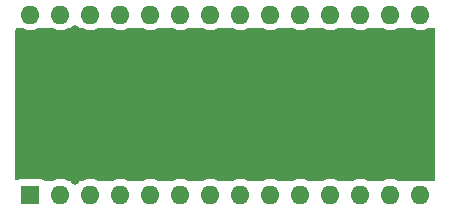
<source format=gbr>
%TF.GenerationSoftware,KiCad,Pcbnew,9.0.6*%
%TF.CreationDate,2026-01-11T12:01:31+09:00*%
%TF.ProjectId,EEPtoMASK_ROM1Mbit,45455074-6f4d-4415-934b-5f524f4d314d,rev?*%
%TF.SameCoordinates,Original*%
%TF.FileFunction,Copper,L2,Bot*%
%TF.FilePolarity,Positive*%
%FSLAX46Y46*%
G04 Gerber Fmt 4.6, Leading zero omitted, Abs format (unit mm)*
G04 Created by KiCad (PCBNEW 9.0.6) date 2026-01-11 12:01:31*
%MOMM*%
%LPD*%
G01*
G04 APERTURE LIST*
%TA.AperFunction,ComponentPad*%
%ADD10R,1.600000X1.600000*%
%TD*%
%TA.AperFunction,ComponentPad*%
%ADD11O,1.600000X1.600000*%
%TD*%
%TA.AperFunction,ViaPad*%
%ADD12C,0.800000*%
%TD*%
G04 APERTURE END LIST*
D10*
%TO.P,J1,1,Pin_1*%
%TO.N,MASK_A15*%
X41910000Y-36830000D03*
D11*
%TO.P,J1,2,Pin_2*%
%TO.N,MASK_A12*%
X44450000Y-36830000D03*
%TO.P,J1,3,Pin_3*%
%TO.N,MASK_A7*%
X46990000Y-36830000D03*
%TO.P,J1,4,Pin_4*%
%TO.N,MASK_A6*%
X49530000Y-36830000D03*
%TO.P,J1,5,Pin_5*%
%TO.N,MASK_A5*%
X52070000Y-36830000D03*
%TO.P,J1,6,Pin_6*%
%TO.N,MASK_A4*%
X54610000Y-36830000D03*
%TO.P,J1,7,Pin_7*%
%TO.N,MASK_A3*%
X57150000Y-36830000D03*
%TO.P,J1,8,Pin_8*%
%TO.N,MASK_A2*%
X59690000Y-36830000D03*
%TO.P,J1,9,Pin_9*%
%TO.N,MASK_A1*%
X62230000Y-36830000D03*
%TO.P,J1,10,Pin_10*%
%TO.N,MASK_A0*%
X64770000Y-36830000D03*
%TO.P,J1,11,Pin_11*%
%TO.N,MASK_D0*%
X67310000Y-36830000D03*
%TO.P,J1,12,Pin_12*%
%TO.N,MASK_D1*%
X69850000Y-36830000D03*
%TO.P,J1,13,Pin_13*%
%TO.N,MASK_D2*%
X72390000Y-36830000D03*
%TO.P,J1,14,Pin_14*%
%TO.N,GND*%
X74930000Y-36830000D03*
%TO.P,J1,15,Pin_15*%
%TO.N,MASK_D3*%
X74930000Y-21590000D03*
%TO.P,J1,16,Pin_16*%
%TO.N,MASK_D4*%
X72390000Y-21590000D03*
%TO.P,J1,17,Pin_17*%
%TO.N,MASK_D5*%
X69850000Y-21590000D03*
%TO.P,J1,18,Pin_18*%
%TO.N,MASK_D6*%
X67310000Y-21590000D03*
%TO.P,J1,19,Pin_19*%
%TO.N,MASK_D7*%
X64770000Y-21590000D03*
%TO.P,J1,20,Pin_20*%
%TO.N,MASK_CE*%
X62230000Y-21590000D03*
%TO.P,J1,21,Pin_21*%
%TO.N,MASK_A10*%
X59690000Y-21590000D03*
%TO.P,J1,22,Pin_22*%
%TO.N,MASK_A16*%
X57150000Y-21590000D03*
%TO.P,J1,23,Pin_23*%
%TO.N,MASK_A11*%
X54610000Y-21590000D03*
%TO.P,J1,24,Pin_24*%
%TO.N,MASK_A9*%
X52070000Y-21590000D03*
%TO.P,J1,25,Pin_25*%
%TO.N,MASK_A8*%
X49530000Y-21590000D03*
%TO.P,J1,26,Pin_26*%
%TO.N,MASK_A13*%
X46990000Y-21590000D03*
%TO.P,J1,27,Pin_27*%
%TO.N,MASK_A14*%
X44450000Y-21590000D03*
%TO.P,J1,28,Pin_28*%
%TO.N,+5V*%
X41910000Y-21590000D03*
%TD*%
D12*
%TO.N,GND*%
X52070000Y-31750000D03*
X52070000Y-26670000D03*
X59690000Y-34290000D03*
X54610000Y-24130000D03*
X54610000Y-34290000D03*
X58420000Y-29210000D03*
X45720000Y-35560000D03*
X54610000Y-29210000D03*
X62230000Y-24130000D03*
X41910000Y-29210000D03*
X41910000Y-24130000D03*
X73660000Y-24130000D03*
X58420000Y-31750000D03*
X41910000Y-34290000D03*
X45720000Y-29210000D03*
X45720000Y-22860000D03*
X58420000Y-26670000D03*
X49530000Y-34290000D03*
X66880000Y-29200000D03*
X74930000Y-29210000D03*
X49530000Y-24130000D03*
X62230000Y-29210000D03*
%TD*%
%TA.AperFunction,Conductor*%
%TO.N,GND*%
G36*
X41297998Y-22746732D02*
G01*
X41407710Y-22802634D01*
X41603592Y-22866280D01*
X41807019Y-22898500D01*
X41807022Y-22898500D01*
X42012978Y-22898500D01*
X42012981Y-22898500D01*
X42216408Y-22866280D01*
X42412290Y-22802634D01*
X42522001Y-22746732D01*
X42579204Y-22733000D01*
X43780796Y-22733000D01*
X43837998Y-22746732D01*
X43947710Y-22802634D01*
X44143592Y-22866280D01*
X44347019Y-22898500D01*
X44347022Y-22898500D01*
X44552978Y-22898500D01*
X44552981Y-22898500D01*
X44756408Y-22866280D01*
X44952290Y-22802634D01*
X45062001Y-22746732D01*
X45119204Y-22733000D01*
X46320796Y-22733000D01*
X46377998Y-22746732D01*
X46487710Y-22802634D01*
X46683592Y-22866280D01*
X46887019Y-22898500D01*
X46887022Y-22898500D01*
X47092978Y-22898500D01*
X47092981Y-22898500D01*
X47296408Y-22866280D01*
X47492290Y-22802634D01*
X47602001Y-22746732D01*
X47659204Y-22733000D01*
X48860796Y-22733000D01*
X48917998Y-22746732D01*
X49027710Y-22802634D01*
X49223592Y-22866280D01*
X49427019Y-22898500D01*
X49427022Y-22898500D01*
X49632978Y-22898500D01*
X49632981Y-22898500D01*
X49836408Y-22866280D01*
X50032290Y-22802634D01*
X50142001Y-22746732D01*
X50199204Y-22733000D01*
X51400796Y-22733000D01*
X51457998Y-22746732D01*
X51567710Y-22802634D01*
X51763592Y-22866280D01*
X51967019Y-22898500D01*
X51967022Y-22898500D01*
X52172978Y-22898500D01*
X52172981Y-22898500D01*
X52376408Y-22866280D01*
X52572290Y-22802634D01*
X52682001Y-22746732D01*
X52739204Y-22733000D01*
X53940796Y-22733000D01*
X53997998Y-22746732D01*
X54107710Y-22802634D01*
X54303592Y-22866280D01*
X54507019Y-22898500D01*
X54507022Y-22898500D01*
X54712978Y-22898500D01*
X54712981Y-22898500D01*
X54916408Y-22866280D01*
X55112290Y-22802634D01*
X55222001Y-22746732D01*
X55279204Y-22733000D01*
X56480796Y-22733000D01*
X56537998Y-22746732D01*
X56647710Y-22802634D01*
X56843592Y-22866280D01*
X57047019Y-22898500D01*
X57047022Y-22898500D01*
X57252978Y-22898500D01*
X57252981Y-22898500D01*
X57456408Y-22866280D01*
X57652290Y-22802634D01*
X57762001Y-22746732D01*
X57819204Y-22733000D01*
X59020796Y-22733000D01*
X59077998Y-22746732D01*
X59187710Y-22802634D01*
X59383592Y-22866280D01*
X59587019Y-22898500D01*
X59587022Y-22898500D01*
X59792978Y-22898500D01*
X59792981Y-22898500D01*
X59996408Y-22866280D01*
X60192290Y-22802634D01*
X60302001Y-22746732D01*
X60359204Y-22733000D01*
X61560796Y-22733000D01*
X61617998Y-22746732D01*
X61727710Y-22802634D01*
X61923592Y-22866280D01*
X62127019Y-22898500D01*
X62127022Y-22898500D01*
X62332978Y-22898500D01*
X62332981Y-22898500D01*
X62536408Y-22866280D01*
X62732290Y-22802634D01*
X62842001Y-22746732D01*
X62899204Y-22733000D01*
X64100796Y-22733000D01*
X64157998Y-22746732D01*
X64267710Y-22802634D01*
X64463592Y-22866280D01*
X64667019Y-22898500D01*
X64667022Y-22898500D01*
X64872978Y-22898500D01*
X64872981Y-22898500D01*
X65076408Y-22866280D01*
X65272290Y-22802634D01*
X65382001Y-22746732D01*
X65439204Y-22733000D01*
X66640796Y-22733000D01*
X66697998Y-22746732D01*
X66807710Y-22802634D01*
X67003592Y-22866280D01*
X67207019Y-22898500D01*
X67207022Y-22898500D01*
X67412978Y-22898500D01*
X67412981Y-22898500D01*
X67616408Y-22866280D01*
X67812290Y-22802634D01*
X67922001Y-22746732D01*
X67979204Y-22733000D01*
X69180796Y-22733000D01*
X69237998Y-22746732D01*
X69347710Y-22802634D01*
X69543592Y-22866280D01*
X69747019Y-22898500D01*
X69747022Y-22898500D01*
X69952978Y-22898500D01*
X69952981Y-22898500D01*
X70156408Y-22866280D01*
X70352290Y-22802634D01*
X70462001Y-22746732D01*
X70519204Y-22733000D01*
X71720796Y-22733000D01*
X71777998Y-22746732D01*
X71887710Y-22802634D01*
X72083592Y-22866280D01*
X72287019Y-22898500D01*
X72287022Y-22898500D01*
X72492978Y-22898500D01*
X72492981Y-22898500D01*
X72696408Y-22866280D01*
X72892290Y-22802634D01*
X73002001Y-22746732D01*
X73059204Y-22733000D01*
X74260796Y-22733000D01*
X74317998Y-22746732D01*
X74427710Y-22802634D01*
X74623592Y-22866280D01*
X74827019Y-22898500D01*
X74827022Y-22898500D01*
X75032978Y-22898500D01*
X75032981Y-22898500D01*
X75236408Y-22866280D01*
X75432290Y-22802634D01*
X75542001Y-22746732D01*
X75599204Y-22733000D01*
X76074000Y-22733000D01*
X76142121Y-22753002D01*
X76188614Y-22806658D01*
X76200000Y-22859000D01*
X76200000Y-35561000D01*
X76179998Y-35629121D01*
X76126342Y-35675614D01*
X76074000Y-35687000D01*
X73059204Y-35687000D01*
X73002001Y-35673267D01*
X72892290Y-35617366D01*
X72892287Y-35617365D01*
X72892285Y-35617364D01*
X72696412Y-35553721D01*
X72696410Y-35553720D01*
X72696408Y-35553720D01*
X72492981Y-35521500D01*
X72287019Y-35521500D01*
X72083592Y-35553720D01*
X72083590Y-35553720D01*
X72083587Y-35553721D01*
X71887714Y-35617364D01*
X71887710Y-35617366D01*
X71790303Y-35666998D01*
X71777999Y-35673267D01*
X71720796Y-35687000D01*
X70519204Y-35687000D01*
X70462001Y-35673267D01*
X70352290Y-35617366D01*
X70352287Y-35617365D01*
X70352285Y-35617364D01*
X70156412Y-35553721D01*
X70156410Y-35553720D01*
X70156408Y-35553720D01*
X69952981Y-35521500D01*
X69747019Y-35521500D01*
X69543592Y-35553720D01*
X69543590Y-35553720D01*
X69543587Y-35553721D01*
X69347714Y-35617364D01*
X69347710Y-35617366D01*
X69250303Y-35666998D01*
X69237999Y-35673267D01*
X69180796Y-35687000D01*
X67979204Y-35687000D01*
X67922001Y-35673267D01*
X67812290Y-35617366D01*
X67812287Y-35617365D01*
X67812285Y-35617364D01*
X67616412Y-35553721D01*
X67616410Y-35553720D01*
X67616408Y-35553720D01*
X67412981Y-35521500D01*
X67207019Y-35521500D01*
X67003592Y-35553720D01*
X67003590Y-35553720D01*
X67003587Y-35553721D01*
X66807714Y-35617364D01*
X66807710Y-35617366D01*
X66710303Y-35666998D01*
X66697999Y-35673267D01*
X66640796Y-35687000D01*
X65439204Y-35687000D01*
X65382001Y-35673267D01*
X65272290Y-35617366D01*
X65272287Y-35617365D01*
X65272285Y-35617364D01*
X65076412Y-35553721D01*
X65076410Y-35553720D01*
X65076408Y-35553720D01*
X64872981Y-35521500D01*
X64667019Y-35521500D01*
X64463592Y-35553720D01*
X64463590Y-35553720D01*
X64463587Y-35553721D01*
X64267714Y-35617364D01*
X64267710Y-35617366D01*
X64170303Y-35666998D01*
X64157999Y-35673267D01*
X64100796Y-35687000D01*
X62899204Y-35687000D01*
X62842001Y-35673267D01*
X62732290Y-35617366D01*
X62732287Y-35617365D01*
X62732285Y-35617364D01*
X62536412Y-35553721D01*
X62536410Y-35553720D01*
X62536408Y-35553720D01*
X62332981Y-35521500D01*
X62127019Y-35521500D01*
X61923592Y-35553720D01*
X61923590Y-35553720D01*
X61923587Y-35553721D01*
X61727714Y-35617364D01*
X61727710Y-35617366D01*
X61630303Y-35666998D01*
X61617999Y-35673267D01*
X61560796Y-35687000D01*
X60359204Y-35687000D01*
X60302001Y-35673267D01*
X60192290Y-35617366D01*
X60192287Y-35617365D01*
X60192285Y-35617364D01*
X59996412Y-35553721D01*
X59996410Y-35553720D01*
X59996408Y-35553720D01*
X59792981Y-35521500D01*
X59587019Y-35521500D01*
X59383592Y-35553720D01*
X59383590Y-35553720D01*
X59383587Y-35553721D01*
X59187714Y-35617364D01*
X59187710Y-35617366D01*
X59090303Y-35666998D01*
X59077999Y-35673267D01*
X59020796Y-35687000D01*
X57819204Y-35687000D01*
X57762001Y-35673267D01*
X57652290Y-35617366D01*
X57652287Y-35617365D01*
X57652285Y-35617364D01*
X57456412Y-35553721D01*
X57456410Y-35553720D01*
X57456408Y-35553720D01*
X57252981Y-35521500D01*
X57047019Y-35521500D01*
X56843592Y-35553720D01*
X56843590Y-35553720D01*
X56843587Y-35553721D01*
X56647714Y-35617364D01*
X56647710Y-35617366D01*
X56550303Y-35666998D01*
X56537999Y-35673267D01*
X56480796Y-35687000D01*
X55279204Y-35687000D01*
X55222001Y-35673267D01*
X55112290Y-35617366D01*
X55112287Y-35617365D01*
X55112285Y-35617364D01*
X54916412Y-35553721D01*
X54916410Y-35553720D01*
X54916408Y-35553720D01*
X54712981Y-35521500D01*
X54507019Y-35521500D01*
X54303592Y-35553720D01*
X54303590Y-35553720D01*
X54303587Y-35553721D01*
X54107714Y-35617364D01*
X54107710Y-35617366D01*
X54010303Y-35666998D01*
X53997999Y-35673267D01*
X53940796Y-35687000D01*
X52739204Y-35687000D01*
X52682001Y-35673267D01*
X52572290Y-35617366D01*
X52572287Y-35617365D01*
X52572285Y-35617364D01*
X52376412Y-35553721D01*
X52376410Y-35553720D01*
X52376408Y-35553720D01*
X52172981Y-35521500D01*
X51967019Y-35521500D01*
X51763592Y-35553720D01*
X51763590Y-35553720D01*
X51763587Y-35553721D01*
X51567714Y-35617364D01*
X51567710Y-35617366D01*
X51470303Y-35666998D01*
X51457999Y-35673267D01*
X51400796Y-35687000D01*
X50199204Y-35687000D01*
X50142001Y-35673267D01*
X50032290Y-35617366D01*
X50032287Y-35617365D01*
X50032285Y-35617364D01*
X49836412Y-35553721D01*
X49836410Y-35553720D01*
X49836408Y-35553720D01*
X49632981Y-35521500D01*
X49427019Y-35521500D01*
X49223592Y-35553720D01*
X49223590Y-35553720D01*
X49223587Y-35553721D01*
X49027714Y-35617364D01*
X49027710Y-35617366D01*
X48930303Y-35666998D01*
X48917999Y-35673267D01*
X48860796Y-35687000D01*
X47659204Y-35687000D01*
X47602001Y-35673267D01*
X47492290Y-35617366D01*
X47492287Y-35617365D01*
X47492285Y-35617364D01*
X47296412Y-35553721D01*
X47296410Y-35553720D01*
X47296408Y-35553720D01*
X47092981Y-35521500D01*
X46887019Y-35521500D01*
X46683592Y-35553720D01*
X46683590Y-35553720D01*
X46683587Y-35553721D01*
X46487714Y-35617364D01*
X46487710Y-35617366D01*
X46390303Y-35666998D01*
X46377999Y-35673267D01*
X46320796Y-35687000D01*
X45119204Y-35687000D01*
X45062001Y-35673267D01*
X44952290Y-35617366D01*
X44952287Y-35617365D01*
X44952285Y-35617364D01*
X44756412Y-35553721D01*
X44756410Y-35553720D01*
X44756408Y-35553720D01*
X44552981Y-35521500D01*
X44347019Y-35521500D01*
X44143592Y-35553720D01*
X44143590Y-35553720D01*
X44143587Y-35553721D01*
X43947714Y-35617364D01*
X43947710Y-35617366D01*
X43850303Y-35666998D01*
X43837999Y-35673267D01*
X43780796Y-35687000D01*
X43142262Y-35687000D01*
X43074141Y-35666998D01*
X43066762Y-35661874D01*
X43023009Y-35629121D01*
X42956208Y-35579113D01*
X42956202Y-35579110D01*
X42819204Y-35528011D01*
X42819196Y-35528009D01*
X42758649Y-35521500D01*
X42758638Y-35521500D01*
X41061362Y-35521500D01*
X41061350Y-35521500D01*
X41000803Y-35528009D01*
X41000795Y-35528011D01*
X40863797Y-35579110D01*
X40863792Y-35579113D01*
X40841509Y-35595794D01*
X40774988Y-35620605D01*
X40705614Y-35605513D01*
X40655412Y-35555311D01*
X40640000Y-35494926D01*
X40640000Y-22859000D01*
X40660002Y-22790879D01*
X40713658Y-22744386D01*
X40766000Y-22733000D01*
X41240796Y-22733000D01*
X41297998Y-22746732D01*
G37*
%TD.AperFunction*%
%TD*%
M02*

</source>
